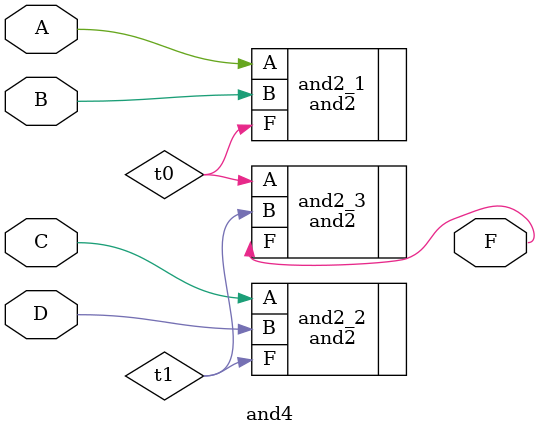
<source format=v>
`timescale 1ns / 1ps

module and4
  (input A, B, C, D, 
   output F);

wire t0, t1;

and2 and2_1 (.A(A), .B(B), .F(t0));
and2 and2_2 (.A(C),.B(D), .F(t1));
and2 and2_3 (.A(t0), .B(t1), .F(F));

endmodule


</source>
